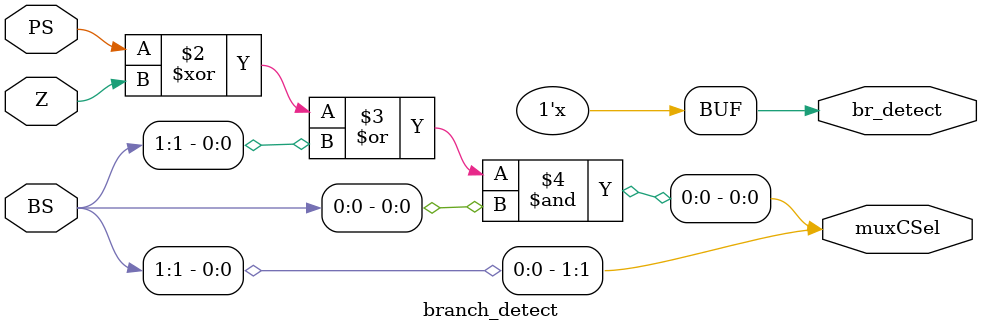
<source format=v>
`timescale 1ns / 1ps
module branch_detect(
   input PS, // Zero Toggle
   input Z, // Zero Flag
   input [1:0] BS, // branch select
   output reg [1:0] muxCSel, 
   output reg br_detect // 
);


   always @ (*)
   begin
      muxCSel[1] <= BS[1];
      muxCSel[0] <= ((PS ^ Z) | BS[1]) & BS[0];
      br_detect = muxCSel[1] | muxCSel[0];
   end

endmodule
</source>
